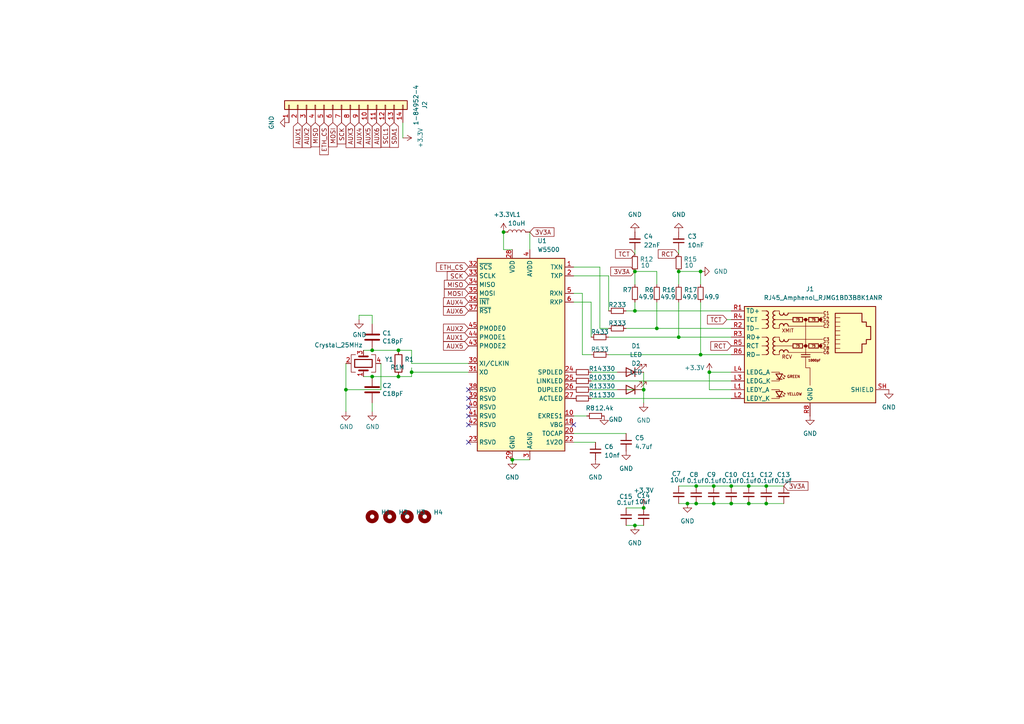
<source format=kicad_sch>
(kicad_sch (version 20231120) (generator "eeschema") (generator_version "8.0")
  (paper "A4")
  (lib_symbols
    (symbol "+3.3V_1" (power) (pin_numbers hide) (pin_names (offset 0) hide)
      (property "Value" "+3.3V" (at 0 3.556 0))
      (symbol "+3.3V_1_0_1"
        (polyline (pts (xy -0.762 1.27) (xy 0 2.54)))
        (polyline (pts (xy 0 0) (xy 0 2.54)))
        (polyline (pts (xy 0 2.54) (xy 0.762 1.27)))
      )
      (symbol "+3.3V_1_1_1"
        (pin power_in line (at 0 0 90) (length 0) (name "~") (number "1"))
      )
    )
    (symbol "+3.3V_2" (power) (pin_numbers hide) (pin_names (offset 0) hide)
      (property "Value" "+3.3V" (at 0 3.556 0))
      (symbol "+3.3V_2_0_1"
        (polyline (pts (xy -0.762 1.27) (xy 0 2.54)))
        (polyline (pts (xy 0 0) (xy 0 2.54)))
        (polyline (pts (xy 0 2.54) (xy 0.762 1.27)))
      )
      (symbol "+3.3V_2_1_1"
        (pin power_in line (at 0 0 90) (length 0) (name "~") (number "1"))
      )
    )
    (symbol "Connector:RJ45_Amphenol_RJMG1BD3B8K1ANR"
      (property "Reference" "J" (at 19.05 15.24 0))
      (property "Value" "RJ45_Amphenol_RJMG1BD3B8K1ANR" (at -19.05 15.24 0))
      (symbol "RJ45_Amphenol_RJMG1BD3B8K1ANR_0_0"
        (circle (center -1.27 2.54) (radius 0.0001) (stroke (width 0.508)))
        (circle (center -1.27 10.16) (radius 0.0001) (stroke (width 0.508)))
        (polyline (pts (xy -1.27 10.16) (xy -1.27 0)))
        (polyline (pts (xy 0 -0.635) (xy -2.54 -0.635)) (stroke (width 0.254)))
        (polyline (pts (xy 0 0) (xy -2.54 0)) (stroke (width 0.254)))
        (polyline (pts (xy 3.048 2.54) (xy 2.54 2.54)))
        (polyline (pts (xy 3.048 10.16) (xy 2.54 10.16)))
        (polyline (pts (xy -11.176 -12.7) (xy -8.89 -12.7) (xy -8.89 -12.065)))
        (polyline (pts (xy -11.176 -10.16) (xy -8.89 -10.16) (xy -8.89 -10.668)))
        (polyline (pts (xy -11.176 -5.08) (xy -8.89 -5.08) (xy -8.89 -5.588)))
        (polyline (pts (xy -8.89 -6.985) (xy -8.89 -7.62) (xy -11.176 -7.62)))
        (polyline (pts (xy -1.27 -0.635) (xy -1.27 -3.81) (xy 0 -3.81) (xy 0 -8.89)))
        (polyline (pts (xy 3.683 3.175) (xy 3.048 3.175) (xy 3.048 1.905) (xy 3.683 1.905)))
        (polyline (pts (xy 3.683 10.795) (xy 3.048 10.795) (xy 3.048 9.525) (xy 3.683 9.525)))
        (circle (center 3.048 2.54) (radius 0.0001) (stroke (width 0.508)))
        (circle (center 3.048 10.16) (radius 0.0001) (stroke (width 0.508)))
        (text "C1" (at 4.699 12.065 0) (effects (font (size 0.889 0.889))))
        (text "C2" (at 4.699 8.255 0) (effects (font (size 0.889 0.889))))
        (text "C3" (at 4.699 4.445 0) (effects (font (size 0.889 0.889))))
        (text "C4" (at 4.699 10.795 0) (effects (font (size 0.889 0.889))))
        (text "C5" (at 4.699 9.525 0) (effects (font (size 0.889 0.889))))
        (text "C6" (at 4.699 0.635 0) (effects (font (size 0.889 0.889))))
        (text "C7" (at 4.699 3.175 0) (effects (font (size 0.889 0.889))))
        (text "C8" (at 4.699 1.905 0) (effects (font (size 0.889 0.889))))
        (text "GREEN" (at -6.731 -6.35 0) (effects (font (size 0.762 0.762)) (justify left)))
        (text "RCV" (at -8.255 -0.635 0) (effects (font (size 1.016 1.016)) (justify left)))
        (text "XMIT" (at -8.255 6.985 0) (effects (font (size 1.016 1.016)) (justify left)))
        (text "YELLOW" (at -6.731 -11.43 0) (effects (font (size 0.762 0.762)) (justify left)))
      )
      (symbol "RJ45_Amphenol_RJMG1BD3B8K1ANR_0_1"
        (rectangle (start -19.05 13.97) (end 19.05 -13.97) (stroke (width 0.254)) (fill (type background)))
        (polyline (pts (xy -12.7 0) (xy -13.97 0)))
        (polyline (pts (xy -12.7 2.54) (xy -13.97 2.54)))
        (polyline (pts (xy -12.7 5.08) (xy -13.97 5.08)))
        (polyline (pts (xy -12.7 7.62) (xy -13.97 7.62)))
        (polyline (pts (xy -12.7 10.16) (xy -13.97 10.16)))
        (polyline (pts (xy -12.7 12.7) (xy -13.97 12.7)))
        (polyline (pts (xy -6.35 0.635) (xy 3.683 0.635)))
        (polyline (pts (xy -6.35 8.255) (xy 3.683 8.255)))
        (polyline (pts (xy -6.35 12.065) (xy 3.683 12.065)))
        (polyline (pts (xy -6.223 4.445) (xy 3.683 4.445)))
        (polyline (pts (xy -5.08 2.54) (xy -10.16 2.54)))
        (polyline (pts (xy -4.953 10.16) (xy -10.16 10.16)))
        (polyline (pts (xy -2.159 2.54) (xy -0.381 2.54)))
        (polyline (pts (xy -2.159 10.16) (xy -0.381 10.16)))
        (polyline (pts (xy 7.4295 3.1115) (xy 8.6995 3.1115)))
        (polyline (pts (xy 7.4295 4.3815) (xy 8.6995 4.3815)))
        (polyline (pts (xy 7.4295 5.6515) (xy 8.6995 5.6515)))
        (polyline (pts (xy 7.4295 6.9215) (xy 8.6995 6.9215)))
        (polyline (pts (xy 7.4295 8.1915) (xy 8.6995 8.1915)))
        (polyline (pts (xy 8.6995 1.8415) (xy 7.4295 1.8415)))
        (polyline (pts (xy 8.6995 9.4615) (xy 7.4295 9.4615)))
        (polyline (pts (xy 8.6995 10.7315) (xy 7.4295 10.7315)))
        (polyline (pts (xy -10.16 5.08) (xy -8.89 5.08) (xy -8.89 4.445)))
        (polyline (pts (xy -10.16 12.7) (xy -8.89 12.7) (xy -8.89 12.065)))
        (polyline (pts (xy -8.89 0.635) (xy -8.89 0) (xy -10.16 0)))
        (polyline (pts (xy -8.89 8.255) (xy -8.89 7.62) (xy -10.16 7.62)))
      )
      (symbol "RJ45_Amphenol_RJMG1BD3B8K1ANR_1_0"
        (text "1000pF" (at 1.27 -1.651 0) (effects (font (size 0.635 0.635))))
      )
      (symbol "RJ45_Amphenol_RJMG1BD3B8K1ANR_1_1"
        (arc (start -12.7 3.81) (mid -12.0677 4.445) (end -12.7 5.08) (stroke (width 0.254)))
        (arc (start -12.6973 0) (mid -12.065 0.635) (end -12.6973 1.27) (stroke (width 0.254)))
        (arc (start -12.6973 1.27) (mid -12.065 1.905) (end -12.6973 2.54) (stroke (width 0.254)))
        (arc (start -12.6973 2.54) (mid -12.065 3.175) (end -12.6973 3.81) (stroke (width 0.254)))
        (arc (start -12.6973 11.43) (mid -12.065 12.065) (end -12.6973 12.7) (stroke (width 0.254)))
        (arc (start -12.6946 7.62) (mid -12.0623 8.255) (end -12.6946 8.89) (stroke (width 0.254)))
        (arc (start -12.6946 8.89) (mid -12.0623 9.525) (end -12.6946 10.16) (stroke (width 0.254)))
        (arc (start -12.6946 10.16) (mid -12.0623 10.795) (end -12.6946 11.43) (stroke (width 0.254)))
        (arc (start -10.1654 2.54) (mid -10.7977 1.905) (end -10.1654 1.27) (stroke (width 0.254)))
        (arc (start -10.1654 3.81) (mid -10.7977 3.175) (end -10.1654 2.54) (stroke (width 0.254)))
        (arc (start -10.1654 5.08) (mid -10.7977 4.445) (end -10.1654 3.81) (stroke (width 0.254)))
        (arc (start -10.1654 10.16) (mid -10.7977 9.525) (end -10.1654 8.89) (stroke (width 0.254)))
        (arc (start -10.1654 11.43) (mid -10.7977 10.795) (end -10.1654 10.16) (stroke (width 0.254)))
        (arc (start -10.1654 12.7) (mid -10.7977 12.065) (end -10.1654 11.43) (stroke (width 0.254)))
        (arc (start -10.1627 1.27) (mid -10.795 0.635) (end -10.1627 0) (stroke (width 0.254)))
        (arc (start -10.1627 8.89) (mid -10.795 8.255) (end -10.1627 7.62) (stroke (width 0.254)))
        (arc (start -8.89 12.0623) (mid -8.255 11.43) (end -7.62 12.0623) (stroke (width 0.254)))
        (arc (start -8.8265 4.3788) (mid -8.1915 3.7465) (end -7.5565 4.3788) (stroke (width 0.254)))
        (arc (start -7.62 0.7647) (mid -8.255 1.397) (end -8.89 0.7647) (stroke (width 0.254)))
        (arc (start -7.62 8.3847) (mid -8.255 9.017) (end -8.89 8.3847) (stroke (width 0.254)))
        (arc (start -7.62 12.065) (mid -6.985 11.4327) (end -6.35 12.065) (stroke (width 0.254)))
        (arc (start -7.5565 4.3815) (mid -6.9215 3.7492) (end -6.2865 4.3815) (stroke (width 0.254)))
        (arc (start -6.35 0.7674) (mid -6.985 1.3997) (end -7.62 0.7674) (stroke (width 0.254)))
        (arc (start -6.35 8.3874) (mid -6.985 9.0197) (end -7.62 8.3874) (stroke (width 0.254)))
        (rectangle (start -4.953 3.175) (end -2.159 1.905) (stroke (width 0.254)))
        (rectangle (start -4.953 10.795) (end -2.159 9.525) (stroke (width 0.254)))
        (rectangle (start -0.381 3.175) (end 2.413 1.905) (stroke (width 0.254)))
        (rectangle (start -0.381 10.795) (end 2.413 9.525) (stroke (width 0.254)))
        (polyline (pts (xy -8.128 -12.192) (xy -9.652 -12.192)) (stroke (width 0.254)))
        (polyline (pts (xy -8.128 -7.112) (xy -9.652 -7.112)) (stroke (width 0.254)))
        (polyline (pts (xy -7.493 -12.065) (xy -7.493 -11.811)))
        (polyline (pts (xy -7.493 -6.985) (xy -7.493 -6.731)))
        (polyline (pts (xy -7.239 -11.43) (xy -7.239 -11.176)))
        (polyline (pts (xy -7.239 -6.35) (xy -7.239 -6.096)))
        (polyline (pts (xy -8.001 -11.557) (xy -7.493 -12.065) (xy -7.747 -12.065)))
        (polyline (pts (xy -8.001 -6.477) (xy -7.493 -6.985) (xy -7.747 -6.985)))
        (polyline (pts (xy -7.747 -10.922) (xy -7.239 -11.43) (xy -7.493 -11.43)))
        (polyline (pts (xy -7.747 -5.842) (xy -7.239 -6.35) (xy -7.493 -6.35)))
        (polyline (pts (xy -8.001 -10.668) (xy -9.906 -10.668) (xy -8.89 -12.192) (xy -8.001 -10.668)) (stroke (width 0.254)))
        (polyline (pts (xy -8.001 -5.588) (xy -9.906 -5.588) (xy -8.89 -7.112) (xy -8.001 -5.588)) (stroke (width 0.254)))
        (polyline (pts (xy 7.3025 0.5715) (xy 7.3025 12.0015) (xy 15.0495 12.0015) (xy 15.0495 9.4615) (xy 16.3195 9.4615) (xy 16.3195 8.1915) (xy 17.5895 8.1915) (xy 17.5895 4.3815) (xy 16.3195 4.3815) (xy 16.3195 3.1115) (xy 15.0495 3.1115) (xy 15.0495 0.5715) (xy 7.3025 0.5715)) (stroke (width 0.254)))
        (text "75" (at -3.556 2.54 0) (effects (font (size 0.635 0.635))))
        (text "75" (at -3.556 10.16 0) (effects (font (size 0.635 0.635))))
        (text "75" (at 1.016 2.54 0) (effects (font (size 0.635 0.635))))
        (text "75" (at 1.016 10.16 0) (effects (font (size 0.635 0.635))))
        (pin passive line (at -22.86 -10.16 0) (length 3.81) (name "LEDY_A") (number "L1"))
        (pin passive line (at -22.86 -12.7 0) (length 3.81) (name "LEDY_K") (number "L2"))
        (pin passive line (at -22.86 -7.62 0) (length 3.81) (name "LEDG_K") (number "L3"))
        (pin passive line (at -22.86 -5.08 0) (length 3.81) (name "LEDG_A") (number "L4"))
        (pin passive line (at -22.86 12.7 0) (length 3.81) (name "TD+") (number "R1"))
        (pin passive line (at -22.86 7.62 0) (length 3.81) (name "TD-") (number "R2"))
        (pin passive line (at -22.86 5.08 0) (length 3.81) (name "RD+") (number "R3"))
        (pin passive line (at -22.86 10.16 0) (length 3.81) (name "TCT") (number "R4"))
        (pin passive line (at -22.86 2.54 0) (length 3.81) (name "RCT") (number "R5"))
        (pin passive line (at -22.86 0 0) (length 3.81) (name "RD-") (number "R6"))
        (pin no_connect line (at 12.7 -5.08 0) (length 0) hide (name "NC") (number "R7"))
        (pin power_in line (at 0 -17.78 90) (length 3.81) (name "GND") (number "R8"))
        (pin passive line (at 22.86 -10.16 180) (length 3.81) (name "SHIELD") (number "SH"))
      )
    )
    (symbol "Connector_Generic:Conn_01x14" (pin_names (offset 1.016) hide)
      (property "Reference" "J" (at 0 17.78 0))
      (property "Value" "Conn_01x14" (at 0 -20.32 0))
      (symbol "Conn_01x14_1_1"
        (rectangle (start -1.27 -17.653) (end 0 -17.907) (stroke (width 0.1524)))
        (rectangle (start -1.27 -15.113) (end 0 -15.367) (stroke (width 0.1524)))
        (rectangle (start -1.27 -12.573) (end 0 -12.827) (stroke (width 0.1524)))
        (rectangle (start -1.27 -10.033) (end 0 -10.287) (stroke (width 0.1524)))
        (rectangle (start -1.27 -7.493) (end 0 -7.747) (stroke (width 0.1524)))
        (rectangle (start -1.27 -4.953) (end 0 -5.207) (stroke (width 0.1524)))
        (rectangle (start -1.27 -2.413) (end 0 -2.667) (stroke (width 0.1524)))
        (rectangle (start -1.27 0.127) (end 0 -0.127) (stroke (width 0.1524)))
        (rectangle (start -1.27 2.667) (end 0 2.413) (stroke (width 0.1524)))
        (rectangle (start -1.27 5.207) (end 0 4.953) (stroke (width 0.1524)))
        (rectangle (start -1.27 7.747) (end 0 7.493) (stroke (width 0.1524)))
        (rectangle (start -1.27 10.287) (end 0 10.033) (stroke (width 0.1524)))
        (rectangle (start -1.27 12.827) (end 0 12.573) (stroke (width 0.1524)))
        (rectangle (start -1.27 15.367) (end 0 15.113) (stroke (width 0.1524)))
        (rectangle (start -1.27 16.51) (end 1.27 -19.05) (stroke (width 0.254)) (fill (type background)))
        (pin passive line (at -5.08 15.24 0) (length 3.81) (name "Pin_1") (number "1"))
        (pin passive line (at -5.08 -7.62 0) (length 3.81) (name "Pin_10") (number "10"))
        (pin passive line (at -5.08 -10.16 0) (length 3.81) (name "Pin_11") (number "11"))
        (pin passive line (at -5.08 -12.7 0) (length 3.81) (name "Pin_12") (number "12"))
        (pin passive line (at -5.08 -15.24 0) (length 3.81) (name "Pin_13") (number "13"))
        (pin passive line (at -5.08 -17.78 0) (length 3.81) (name "Pin_14") (number "14"))
        (pin passive line (at -5.08 12.7 0) (length 3.81) (name "Pin_2") (number "2"))
        (pin passive line (at -5.08 10.16 0) (length 3.81) (name "Pin_3") (number "3"))
        (pin passive line (at -5.08 7.62 0) (length 3.81) (name "Pin_4") (number "4"))
        (pin passive line (at -5.08 5.08 0) (length 3.81) (name "Pin_5") (number "5"))
        (pin passive line (at -5.08 2.54 0) (length 3.81) (name "Pin_6") (number "6"))
        (pin passive line (at -5.08 0 0) (length 3.81) (name "Pin_7") (number "7"))
        (pin passive line (at -5.08 -2.54 0) (length 3.81) (name "Pin_8") (number "8"))
        (pin passive line (at -5.08 -5.08 0) (length 3.81) (name "Pin_9") (number "9"))
      )
    )
    (symbol "Device:C" (pin_numbers hide) (pin_names (offset 0.254))
      (property "Reference" "C" (at 0.635 2.54 0))
      (property "Value" "C" (at 0.635 -2.54 0))
      (symbol "C_0_1"
        (polyline (pts (xy -2.032 -0.762) (xy 2.032 -0.762)) (stroke (width 0.508)))
        (polyline (pts (xy -2.032 0.762) (xy 2.032 0.762)) (stroke (width 0.508)))
      )
      (symbol "C_1_1"
        (pin passive line (at 0 3.81 270) (length 2.794) (name "~") (number "1"))
        (pin passive line (at 0 -3.81 90) (length 2.794) (name "~") (number "2"))
      )
    )
    (symbol "Device:C_Small" (pin_numbers hide) (pin_names (offset 0.254) hide)
      (property "Reference" "C" (at 0.254 1.778 0))
      (property "Value" "C_Small" (at 0.254 -2.032 0))
      (symbol "C_Small_0_1"
        (polyline (pts (xy -1.524 -0.508) (xy 1.524 -0.508)) (stroke (width 0.3302)))
        (polyline (pts (xy -1.524 0.508) (xy 1.524 0.508)) (stroke (width 0.3048)))
      )
      (symbol "C_Small_1_1"
        (pin passive line (at 0 2.54 270) (length 2.032) (name "~") (number "1"))
        (pin passive line (at 0 -2.54 90) (length 2.032) (name "~") (number "2"))
      )
    )
    (symbol "Device:Crystal_GND24" (pin_names (offset 1.016) hide)
      (property "Reference" "Y" (at 3.175 5.08 0))
      (property "Value" "Crystal_GND24" (at 3.175 3.175 0))
      (symbol "Crystal_GND24_0_1"
        (rectangle (start -1.143 2.54) (end 1.143 -2.54) (stroke (width 0.3048)))
        (polyline (pts (xy -2.54 0) (xy -2.032 0)))
        (polyline (pts (xy -2.032 -1.27) (xy -2.032 1.27)) (stroke (width 0.508)))
        (polyline (pts (xy 0 -3.81) (xy 0 -3.556)))
        (polyline (pts (xy 0 3.556) (xy 0 3.81)))
        (polyline (pts (xy 2.032 -1.27) (xy 2.032 1.27)) (stroke (width 0.508)))
        (polyline (pts (xy 2.032 0) (xy 2.54 0)))
        (polyline (pts (xy -2.54 -2.286) (xy -2.54 -3.556) (xy 2.54 -3.556) (xy 2.54 -2.286)))
        (polyline (pts (xy -2.54 2.286) (xy -2.54 3.556) (xy 2.54 3.556) (xy 2.54 2.286)))
      )
      (symbol "Crystal_GND24_1_1"
        (pin passive line (at -3.81 0 0) (length 1.27) (name "1") (number "1"))
        (pin passive line (at 0 5.08 270) (length 1.27) (name "2") (number "2"))
        (pin passive line (at 3.81 0 180) (length 1.27) (name "3") (number "3"))
        (pin passive line (at 0 -5.08 90) (length 1.27) (name "4") (number "4"))
      )
    )
    (symbol "Device:L" (pin_numbers hide) (pin_names (offset 1.016) hide)
      (property "Reference" "L" (at -1.27 0 90))
      (property "Value" "L" (at 1.905 0 90))
      (symbol "L_0_1"
        (arc (start 0 -2.54) (mid 0.6323 -1.905) (end 0 -1.27))
        (arc (start 0 -1.27) (mid 0.6323 -0.635) (end 0 0))
        (arc (start 0 0) (mid 0.6323 0.635) (end 0 1.27))
        (arc (start 0 1.27) (mid 0.6323 1.905) (end 0 2.54))
      )
      (symbol "L_1_1"
        (pin passive line (at 0 3.81 270) (length 1.27) (name "1") (number "1"))
        (pin passive line (at 0 -3.81 90) (length 1.27) (name "2") (number "2"))
      )
    )
    (symbol "Device:LED" (pin_numbers hide) (pin_names (offset 1.016) hide)
      (property "Reference" "D" (at 0 2.54 0))
      (property "Value" "LED" (at 0 -2.54 0))
      (symbol "LED_0_1"
        (polyline (pts (xy -1.27 -1.27) (xy -1.27 1.27)) (stroke (width 0.254)))
        (polyline (pts (xy -1.27 0) (xy 1.27 0)))
        (polyline (pts (xy 1.27 -1.27) (xy 1.27 1.27) (xy -1.27 0) (xy 1.27 -1.27)) (stroke (width 0.254)))
        (polyline (pts (xy -3.048 -0.762) (xy -4.572 -2.286) (xy -3.81 -2.286) (xy -4.572 -2.286) (xy -4.572 -1.524)))
        (polyline (pts (xy -1.778 -0.762) (xy -3.302 -2.286) (xy -2.54 -2.286) (xy -3.302 -2.286) (xy -3.302 -1.524)))
      )
      (symbol "LED_1_1"
        (pin passive line (at -3.81 0 0) (length 2.54) (name "K") (number "1"))
        (pin passive line (at 3.81 0 180) (length 2.54) (name "A") (number "2"))
      )
    )
    (symbol "Device:R" (pin_numbers hide) (pin_names (offset 0))
      (property "Reference" "R" (at 2.032 0 90))
      (property "Value" "R" (at 0 0 90))
      (symbol "R_0_1"
        (rectangle (start -1.016 -2.54) (end 1.016 2.54) (stroke (width 0.254)))
      )
      (symbol "R_1_1"
        (pin passive line (at 0 3.81 270) (length 1.27) (name "~") (number "1"))
        (pin passive line (at 0 -3.81 90) (length 1.27) (name "~") (number "2"))
      )
    )
    (symbol "Device:R_Small" (pin_numbers hide) (pin_names (offset 0.254) hide)
      (property "Reference" "R" (at 0.762 0.508 0))
      (property "Value" "R_Small" (at 0.762 -1.016 0))
      (symbol "R_Small_0_1"
        (rectangle (start -0.762 1.778) (end 0.762 -1.778) (stroke (width 0.2032)))
      )
      (symbol "R_Small_1_1"
        (pin passive line (at 0 2.54 270) (length 0.762) (name "~") (number "1"))
        (pin passive line (at 0 -2.54 90) (length 0.762) (name "~") (number "2"))
      )
    )
    (symbol "GND_1" (power) (pin_numbers hide) (pin_names (offset 0) hide)
      (property "Value" "GND" (at 0 -3.81 0))
      (symbol "GND_1_0_1"
        (polyline (pts (xy 0 0) (xy 0 -1.27) (xy 1.27 -1.27) (xy 0 -2.54) (xy -1.27 -1.27) (xy 0 -1.27)))
      )
      (symbol "GND_1_1_1"
        (pin power_in line (at 0 0 270) (length 0) (name "~") (number "1"))
      )
    )
    (symbol "GND_2" (power) (pin_numbers hide) (pin_names (offset 0) hide)
      (property "Value" "GND" (at 0 -3.81 0))
      (symbol "GND_2_0_1"
        (polyline (pts (xy 0 0) (xy 0 -1.27) (xy 1.27 -1.27) (xy 0 -2.54) (xy -1.27 -1.27) (xy 0 -1.27)))
      )
      (symbol "GND_2_1_1"
        (pin power_in line (at 0 0 270) (length 0) (name "~") (number "1"))
      )
    )
    (symbol "GND_3" (power) (pin_numbers hide) (pin_names (offset 0) hide)
      (property "Value" "GND" (at 0 -3.81 0))
      (symbol "GND_3_0_1"
        (polyline (pts (xy 0 0) (xy 0 -1.27) (xy 1.27 -1.27) (xy 0 -2.54) (xy -1.27 -1.27) (xy 0 -1.27)))
      )
      (symbol "GND_3_1_1"
        (pin power_in line (at 0 0 270) (length 0) (name "~") (number "1"))
      )
    )
    (symbol "GND_4" (power) (pin_numbers hide) (pin_names (offset 0) hide)
      (property "Value" "GND" (at 0 -3.81 0))
      (symbol "GND_4_0_1"
        (polyline (pts (xy 0 0) (xy 0 -1.27) (xy 1.27 -1.27) (xy 0 -2.54) (xy -1.27 -1.27) (xy 0 -1.27)))
      )
      (symbol "GND_4_1_1"
        (pin power_in line (at 0 0 270) (length 0) (name "~") (number "1"))
      )
    )
    (symbol "GND_5" (power) (pin_numbers hide) (pin_names (offset 0) hide)
      (property "Value" "GND" (at 0 -3.81 0))
      (symbol "GND_5_0_1"
        (polyline (pts (xy 0 0) (xy 0 -1.27) (xy 1.27 -1.27) (xy 0 -2.54) (xy -1.27 -1.27) (xy 0 -1.27)))
      )
      (symbol "GND_5_1_1"
        (pin power_in line (at 0 0 270) (length 0) (name "~") (number "1"))
      )
    )
    (symbol "GND_6" (power) (pin_numbers hide) (pin_names (offset 0) hide)
      (property "Value" "GND" (at 0 -3.81 0))
      (symbol "GND_6_0_1"
        (polyline (pts (xy 0 0) (xy 0 -1.27) (xy 1.27 -1.27) (xy 0 -2.54) (xy -1.27 -1.27) (xy 0 -1.27)))
      )
      (symbol "GND_6_1_1"
        (pin power_in line (at 0 0 270) (length 0) (name "~") (number "1"))
      )
    )
    (symbol "GND_7" (power) (pin_numbers hide) (pin_names (offset 0) hide)
      (property "Value" "GND" (at 0 -3.81 0))
      (symbol "GND_7_0_1"
        (polyline (pts (xy 0 0) (xy 0 -1.27) (xy 1.27 -1.27) (xy 0 -2.54) (xy -1.27 -1.27) (xy 0 -1.27)))
      )
      (symbol "GND_7_1_1"
        (pin power_in line (at 0 0 270) (length 0) (name "~") (number "1"))
      )
    )
    (symbol "GND_8" (power) (pin_numbers hide) (pin_names (offset 0) hide)
      (property "Value" "GND" (at 0 -3.81 0))
      (symbol "GND_8_0_1"
        (polyline (pts (xy 0 0) (xy 0 -1.27) (xy 1.27 -1.27) (xy 0 -2.54) (xy -1.27 -1.27) (xy 0 -1.27)))
      )
      (symbol "GND_8_1_1"
        (pin power_in line (at 0 0 270) (length 0) (name "~") (number "1"))
      )
    )
    (symbol "GND_9" (power) (pin_numbers hide) (pin_names (offset 0) hide)
      (property "Value" "GND" (at 0 -3.81 0))
      (symbol "GND_9_0_1"
        (polyline (pts (xy 0 0) (xy 0 -1.27) (xy 1.27 -1.27) (xy 0 -2.54) (xy -1.27 -1.27) (xy 0 -1.27)))
      )
      (symbol "GND_9_1_1"
        (pin power_in line (at 0 0 270) (length 0) (name "~") (number "1"))
      )
    )
    (symbol "Interface_Ethernet:W5500"
      (property "Reference" "U" (at -11.43 29.21 0))
      (property "Value" "W5500" (at 8.89 29.21 0))
      (symbol "W5500_0_1"
        (rectangle (start -12.7 27.94) (end 12.7 -27.94) (stroke (width 0.254)) (fill (type background)))
      )
      (symbol "W5500_1_1"
        (pin output line (at 15.24 25.4 180) (length 2.54) (name "TXN") (number "1"))
        (pin passive line (at 15.24 -17.78 180) (length 2.54) (name "EXRES1") (number "10"))
        (pin passive line (at 2.54 30.48 270) (length 2.54) hide (name "AVDD") (number "11"))
        (pin no_connect line (at 12.7 7.62 180) (length 2.54) hide (name "NC") (number "12"))
        (pin no_connect line (at 12.7 5.08 180) (length 2.54) hide (name "NC") (number "13"))
        (pin passive line (at 2.54 -30.48 90) (length 2.54) hide (name "AGND") (number "14"))
        (pin passive line (at 2.54 30.48 270) (length 2.54) hide (name "AVDD") (number "15"))
        (pin passive line (at 2.54 -30.48 90) (length 2.54) hide (name "AGND") (number "16"))
        (pin passive line (at 2.54 30.48 270) (length 2.54) hide (name "AVDD") (number "17"))
        (pin passive line (at 15.24 -20.32 180) (length 2.54) (name "VBG") (number "18"))
        (pin passive line (at 2.54 -30.48 90) (length 2.54) hide (name "AGND") (number "19"))
        (pin output line (at 15.24 22.86 180) (length 2.54) (name "TXP") (number "2"))
        (pin passive line (at 15.24 -22.86 180) (length 2.54) (name "TOCAP") (number "20"))
        (pin passive line (at 2.54 30.48 270) (length 2.54) hide (name "AVDD") (number "21"))
        (pin output line (at 15.24 -25.4 180) (length 2.54) (name "1V2O") (number "22"))
        (pin input line (at -15.24 -25.4 0) (length 2.54) (name "RSVD") (number "23"))
        (pin output line (at 15.24 -5.08 180) (length 2.54) (name "SPDLED") (number "24"))
        (pin output line (at 15.24 -7.62 180) (length 2.54) (name "LINKLED") (number "25"))
        (pin output line (at 15.24 -10.16 180) (length 2.54) (name "DUPLED") (number "26"))
        (pin output line (at 15.24 -12.7 180) (length 2.54) (name "ACTLED") (number "27"))
        (pin power_in line (at -2.54 30.48 270) (length 2.54) (name "VDD") (number "28"))
        (pin power_in line (at -2.54 -30.48 90) (length 2.54) (name "GND") (number "29"))
        (pin power_in line (at 2.54 -30.48 90) (length 2.54) (name "AGND") (number "3"))
        (pin input line (at -15.24 -2.54 0) (length 2.54) (name "XI/CLKIN") (number "30"))
        (pin output line (at -15.24 -5.08 0) (length 2.54) (name "XO") (number "31"))
        (pin input line (at -15.24 25.4 0) (length 2.54) (name "~{SCS}") (number "32"))
        (pin input line (at -15.24 22.86 0) (length 2.54) (name "SCLK") (number "33"))
        (pin output line (at -15.24 20.32 0) (length 2.54) (name "MISO") (number "34"))
        (pin input line (at -15.24 17.78 0) (length 2.54) (name "MOSI") (number "35"))
        (pin input line (at -15.24 15.24 0) (length 2.54) (name "~{INT}") (number "36"))
        (pin input line (at -15.24 12.7 0) (length 2.54) (name "~{RST}") (number "37"))
        (pin input line (at -15.24 -10.16 0) (length 2.54) (name "RSVD") (number "38"))
        (pin input line (at -15.24 -12.7 0) (length 2.54) (name "RSVD") (number "39"))
        (pin power_in line (at 2.54 30.48 270) (length 2.54) (name "AVDD") (number "4"))
        (pin input line (at -15.24 -15.24 0) (length 2.54) (name "RSVD") (number "40"))
        (pin input line (at -15.24 -17.78 0) (length 2.54) (name "RSVD") (number "41"))
        (pin input line (at -15.24 -20.32 0) (length 2.54) (name "RSVD") (number "42"))
        (pin input line (at -15.24 2.54 0) (length 2.54) (name "PMODE2") (number "43"))
        (pin input line (at -15.24 5.08 0) (length 2.54) (name "PMODE1") (number "44"))
        (pin input line (at -15.24 7.62 0) (length 2.54) (name "PMODE0") (number "45"))
        (pin no_connect line (at 12.7 2.54 180) (length 2.54) hide (name "NC") (number "46"))
        (pin no_connect line (at 12.7 0 180) (length 2.54) hide (name "NC") (number "47"))
        (pin passive line (at 2.54 -30.48 90) (length 2.54) hide (name "AGND") (number "48"))
        (pin input line (at 15.24 17.78 180) (length 2.54) (name "RXN") (number "5"))
        (pin input line (at 15.24 15.24 180) (length 2.54) (name "RXP") (number "6"))
        (pin no_connect line (at 12.7 10.16 180) (length 2.54) hide (name "DNC") (number "7"))
        (pin passive line (at 2.54 30.48 270) (length 2.54) hide (name "AVDD") (number "8"))
        (pin passive line (at 2.54 -30.48 90) (length 2.54) hide (name "AGND") (number "9"))
      )
    )
    (symbol "Mechanical:MountingHole" (pin_names (offset 1.016))
      (property "Reference" "H" (at 0 5.08 0))
      (property "Value" "MountingHole" (at 0 3.175 0))
      (symbol "MountingHole_0_1"
        (circle (center 0 0) (radius 1.27) (stroke (width 1.27)))
      )
    )
    (symbol "power:+3.3V" (power) (pin_names (offset 0))
      (property "Value" "+3.3V" (at 0 3.556 0))
      (symbol "+3.3V_0_1"
        (polyline (pts (xy -0.762 1.27) (xy 0 2.54)))
        (polyline (pts (xy 0 0) (xy 0 2.54)))
        (polyline (pts (xy 0 2.54) (xy 0.762 1.27)))
      )
      (symbol "+3.3V_1_1"
        (pin power_in line (at 0 0 90) (length 0) hide (name "+3.3V") (number "1"))
      )
    )
    (symbol "power:GND" (power) (pin_names (offset 0))
      (property "Value" "GND" (at 0 -3.81 0))
      (symbol "GND_0_1"
        (polyline (pts (xy 0 0) (xy 0 -1.27) (xy 1.27 -1.27) (xy 0 -2.54) (xy -1.27 -1.27) (xy 0 -1.27)))
      )
      (symbol "GND_1_1"
        (pin power_in line (at 0 0 270) (length 0) hide (name "GND") (number "1"))
      )
    )
  )
  (junction (at 115.57 101.6))
  (junction (at 201.93 140.97))
  (junction (at 186.69 113.03))
  (junction (at 186.69 147.32))
  (junction (at 217.17 146.05))
  (junction (at 107.95 101.6))
  (junction (at 212.09 140.97))
  (junction (at 207.01 140.97))
  (junction (at 205.74 107.95))
  (junction (at 100.33 113.03))
  (junction (at 115.57 109.22))
  (junction (at 119.38 107.95))
  (junction (at 146.05 67.31))
  (junction (at 148.59 133.35))
  (junction (at 207.01 146.05))
  (junction (at 212.09 146.05))
  (junction (at 222.25 146.05))
  (junction (at 184.15 78.74))
  (junction (at 196.85 78.74))
  (junction (at 222.25 140.97))
  (junction (at 199.39 146.05))
  (junction (at 203.2 102.87))
  (junction (at 217.17 140.97))
  (junction (at 190.5 95.25))
  (junction (at 196.85 97.79))
  (junction (at 201.93 146.05))
  (junction (at 203.2 78.74))
  (junction (at 184.15 90.17))
  (junction (at 107.95 109.22))
  (junction (at 184.15 152.4))
  (no_connect (at 135.89 128.27))
  (no_connect (at 166.37 123.19))
  (no_connect (at 135.89 115.57))
  (no_connect (at 135.89 123.19))
  (no_connect (at 135.89 118.11))
  (no_connect (at 135.89 120.65))
  (no_connect (at 135.89 113.03))
  (wire (pts (xy 100.33 105.41) (xy 100.33 113.03)))
  (wire (pts (xy 176.53 80.01) (xy 166.37 80.01)))
  (wire (pts (xy 184.15 78.74) (xy 190.5 78.74)))
  (wire (pts (xy 148.59 133.35) (xy 148.59 134.62)))
  (wire (pts (xy 148.59 133.35) (xy 153.67 133.35)))
  (wire (pts (xy 119.38 107.95) (xy 119.38 109.22)))
  (wire (pts (xy 107.95 93.98) (xy 107.95 91.44)))
  (wire (pts (xy 203.2 102.87) (xy 176.53 102.87)))
  (wire (pts (xy 100.33 113.03) (xy 100.33 119.38)))
  (wire (pts (xy 110.49 113.03) (xy 100.33 113.03)))
  (wire (pts (xy 176.53 97.79) (xy 196.85 97.79)))
  (wire (pts (xy 104.14 91.44) (xy 104.14 92.71)))
  (wire (pts (xy 205.74 107.95) (xy 212.09 107.95)))
  (wire (pts (xy 119.38 106.68) (xy 119.38 107.95)))
  (wire (pts (xy 196.85 97.79) (xy 212.09 97.79)))
  (wire (pts (xy 184.15 90.17) (xy 212.09 90.17)))
  (wire (pts (xy 181.61 152.4) (xy 184.15 152.4)))
  (wire (pts (xy 190.5 87.63) (xy 190.5 95.25)))
  (wire (pts (xy 171.45 115.57) (xy 212.09 115.57)))
  (wire (pts (xy 166.37 128.27) (xy 172.72 128.27)))
  (wire (pts (xy 184.15 72.39) (xy 184.15 73.66)))
  (wire (pts (xy 119.38 101.6) (xy 115.57 101.6)))
  (wire (pts (xy 107.95 91.44) (xy 104.14 91.44)))
  (wire (pts (xy 168.91 102.87) (xy 171.45 102.87)))
  (wire (pts (xy 205.74 113.03) (xy 205.74 107.95)))
  (wire (pts (xy 173.99 95.25) (xy 176.53 95.25)))
  (wire (pts (xy 203.2 82.55) (xy 203.2 78.74)))
  (wire (pts (xy 196.85 87.63) (xy 196.85 97.79)))
  (wire (pts (xy 181.61 147.32) (xy 186.69 147.32)))
  (wire (pts (xy 212.09 113.03) (xy 205.74 113.03)))
  (wire (pts (xy 119.38 101.6) (xy 119.38 105.41)))
  (wire (pts (xy 199.39 146.05) (xy 201.93 146.05)))
  (wire (pts (xy 116.84 40.005) (xy 116.84 35.56)))
  (wire (pts (xy 212.09 102.87) (xy 203.2 102.87)))
  (wire (pts (xy 196.85 146.05) (xy 199.39 146.05)))
  (wire (pts (xy 173.99 77.47) (xy 173.99 95.25)))
  (wire (pts (xy 176.53 90.17) (xy 176.53 80.01)))
  (wire (pts (xy 107.95 109.22) (xy 115.57 109.22)))
  (wire (pts (xy 207.01 140.97) (xy 212.09 140.97)))
  (wire (pts (xy 105.41 109.22) (xy 107.95 109.22)))
  (wire (pts (xy 184.15 82.55) (xy 184.15 78.74)))
  (wire (pts (xy 153.67 67.31) (xy 153.67 72.39)))
  (wire (pts (xy 212.09 92.71) (xy 210.82 92.71)))
  (wire (pts (xy 201.93 146.05) (xy 207.01 146.05)))
  (wire (pts (xy 148.59 72.39) (xy 146.05 72.39)))
  (wire (pts (xy 203.2 87.63) (xy 203.2 102.87)))
  (wire (pts (xy 168.91 102.87) (xy 168.91 85.09)))
  (wire (pts (xy 203.2 78.74) (xy 196.85 78.74)))
  (wire (pts (xy 115.57 109.22) (xy 119.38 109.22)))
  (wire (pts (xy 184.15 87.63) (xy 184.15 90.17)))
  (wire (pts (xy 135.89 105.41) (xy 119.38 105.41)))
  (wire (pts (xy 168.91 85.09) (xy 166.37 85.09)))
  (wire (pts (xy 196.85 78.74) (xy 196.85 82.55)))
  (wire (pts (xy 171.45 87.63) (xy 166.37 87.63)))
  (wire (pts (xy 184.15 90.17) (xy 181.61 90.17)))
  (wire (pts (xy 171.45 113.03) (xy 179.07 113.03)))
  (wire (pts (xy 217.17 146.05) (xy 222.25 146.05)))
  (wire (pts (xy 166.37 125.73) (xy 181.61 125.73)))
  (wire (pts (xy 196.85 72.39) (xy 196.85 73.66)))
  (wire (pts (xy 146.05 72.39) (xy 146.05 67.31)))
  (wire (pts (xy 166.37 120.65) (xy 170.18 120.65)))
  (wire (pts (xy 105.41 101.6) (xy 107.95 101.6)))
  (wire (pts (xy 190.5 95.25) (xy 212.09 95.25)))
  (wire (pts (xy 107.95 101.6) (xy 115.57 101.6)))
  (wire (pts (xy 217.17 140.97) (xy 222.25 140.97)))
  (wire (pts (xy 110.49 105.41) (xy 110.49 113.03)))
  (wire (pts (xy 186.69 113.03) (xy 181.61 113.03)))
  (wire (pts (xy 181.61 95.25) (xy 190.5 95.25)))
  (wire (pts (xy 171.45 107.95) (xy 179.07 107.95)))
  (wire (pts (xy 186.69 113.03) (xy 186.69 116.84)))
  (wire (pts (xy 107.95 116.84) (xy 107.95 119.38)))
  (wire (pts (xy 196.85 140.97) (xy 201.93 140.97)))
  (wire (pts (xy 166.37 77.47) (xy 173.99 77.47)))
  (wire (pts (xy 190.5 78.74) (xy 190.5 82.55)))
  (wire (pts (xy 201.93 140.97) (xy 207.01 140.97)))
  (wire (pts (xy 184.15 152.4) (xy 186.69 152.4)))
  (wire (pts (xy 171.45 110.49) (xy 212.09 110.49)))
  (wire (pts (xy 135.89 107.95) (xy 119.38 107.95)))
  (wire (pts (xy 207.01 146.05) (xy 212.09 146.05)))
  (wire (pts (xy 186.69 107.95) (xy 186.69 113.03)))
  (wire (pts (xy 171.45 87.63) (xy 171.45 97.79)))
  (wire (pts (xy 222.25 140.97) (xy 227.33 140.97)))
  (wire (pts (xy 212.09 146.05) (xy 217.17 146.05)))
  (wire (pts (xy 222.25 146.05) (xy 227.33 146.05)))
  (wire (pts (xy 212.09 140.97) (xy 217.17 140.97)))
  (global_label "AUX2" (shape input) (at 135.89 95.25 180) (property "Intersheetrefs" "${INTERSHEET_REFS}" (effects (hide yes))))
  (global_label "AUX1" (shape input) (at 135.89 97.79 180) (property "Intersheetrefs" "${INTERSHEET_REFS}" (effects (hide yes))))
  (global_label "3V3A" (shape input) (at 153.67 67.31 0) (property "Intersheetrefs" "${INTERSHEET_REFS}" (effects (hide yes))))
  (global_label "AUX5" (shape input) (at 106.68 35.56 270) (property "Intersheetrefs" "${INTERSHEET_REFS}" (effects (hide yes))))
  (global_label "AUX6" (shape input) (at 135.89 90.17 180) (property "Intersheetrefs" "${INTERSHEET_REFS}" (effects (hide yes))))
  (global_label "RCT" (shape input) (at 196.85 73.66 180) (property "Intersheetrefs" "${INTERSHEET_REFS}" (effects (hide yes))))
  (global_label "AUX1" (shape input) (at 86.36 35.56 270) (property "Intersheetrefs" "${INTERSHEET_REFS}" (effects (hide yes))))
  (global_label "AUX5" (shape input) (at 135.89 100.33 180) (property "Intersheetrefs" "${INTERSHEET_REFS}" (effects (hide yes))))
  (global_label "3V3A" (shape input) (at 184.15 78.74 180) (property "Intersheetrefs" "${INTERSHEET_REFS}" (effects (hide yes))))
  (global_label "3V3A" (shape input) (at 227.33 140.97 0) (property "Intersheetrefs" "${INTERSHEET_REFS}" (effects (hide yes))))
  (global_label "AUX3" (shape input) (at 101.6 35.56 270) (property "Intersheetrefs" "${INTERSHEET_REFS}" (effects (hide yes))))
  (global_label "AUX2" (shape input) (at 88.9 35.56 270) (property "Intersheetrefs" "${INTERSHEET_REFS}" (effects (hide yes))))
  (global_label "MISO" (shape input) (at 91.44 35.56 270) (property "Intersheetrefs" "${INTERSHEET_REFS}" (effects (hide yes))))
  (global_label "SCK" (shape input) (at 135.89 80.01 180) (property "Intersheetrefs" "${INTERSHEET_REFS}" (effects (hide yes))))
  (global_label "RCT" (shape input) (at 212.09 100.33 180) (property "Intersheetrefs" "${INTERSHEET_REFS}" (effects (hide yes))))
  (global_label "TCT" (shape input) (at 184.15 73.66 180) (property "Intersheetrefs" "${INTERSHEET_REFS}" (effects (hide yes))))
  (global_label "ETH_CS" (shape input) (at 93.98 35.56 270) (property "Intersheetrefs" "${INTERSHEET_REFS}" (effects (hide yes))))
  (global_label "MISO" (shape input) (at 135.89 82.55 180) (property "Intersheetrefs" "${INTERSHEET_REFS}" (effects (hide yes))))
  (global_label "AUX4" (shape input) (at 104.14 35.56 270) (property "Intersheetrefs" "${INTERSHEET_REFS}" (effects (hide yes))))
  (global_label "AUX6" (shape input) (at 109.22 35.56 270) (property "Intersheetrefs" "${INTERSHEET_REFS}" (effects (hide yes))))
  (global_label "MOSI" (shape input) (at 96.52 35.56 270) (property "Intersheetrefs" "${INTERSHEET_REFS}" (effects (hide yes))))
  (global_label "TCT" (shape input) (at 210.82 92.71 180) (property "Intersheetrefs" "${INTERSHEET_REFS}" (effects (hide yes))))
  (global_label "SDA1" (shape input) (at 114.3 35.56 270) (property "Intersheetrefs" "${INTERSHEET_REFS}" (effects (hide yes))))
  (global_label "SCK" (shape input) (at 99.06 35.56 270) (property "Intersheetrefs" "${INTERSHEET_REFS}" (effects (hide yes))))
  (global_label "MOSI" (shape input) (at 135.89 85.09 180) (property "Intersheetrefs" "${INTERSHEET_REFS}" (effects (hide yes))))
  (global_label "ETH_CS" (shape input) (at 135.89 77.47 180) (property "Intersheetrefs" "${INTERSHEET_REFS}" (effects (hide yes))))
  (global_label "AUX4" (shape input) (at 135.89 87.63 180) (property "Intersheetrefs" "${INTERSHEET_REFS}" (effects (hide yes))))
  (global_label "SCL1" (shape input) (at 111.76 35.56 270) (property "Intersheetrefs" "${INTERSHEET_REFS}" (effects (hide yes))))
  (symbol (lib_id "Device:R_Small") (at 179.07 90.17 90) (unit 1)
    (property "Reference" "R2" (at 177.8 88.392 90))
    (property "Value" "33" (at 180.34 88.392 90))
    (property "Footprint" "Resistor_SMD:R_0402_1005Metric" (effects (hide yes)))
    (property "Description" "Resistor, small symbol" (effects (hide yes)))
  )
  (symbol (lib_name "GND_8") (lib_id "power:GND") (at 184.15 152.4 0) (unit 1)
    (property "Reference" "#PWR019" (effects (hide yes)))
    (property "Value" "GND" (at 184.15 157.48 0))
    (property "Description" "Power symbol creates a global label with name \"GND\" , ground" (effects (hide yes)))
  )
  (symbol (lib_id "Device:C_Small") (at 196.85 69.85 180) (unit 1)
    (property "Reference" "C3" (at 199.39 68.5735 0) (effects (justify right)))
    (property "Value" "10nF" (at 199.39 71.1135 0) (effects (justify right)))
    (property "Footprint" "Capacitor_SMD:C_0402_1005Metric" (effects (hide yes)))
    (property "Description" "Unpolarized capacitor, small symbol" (effects (hide yes)))
  )
  (symbol (lib_name "GND_6") (lib_id "power:GND") (at 172.72 133.35 0) (unit 1)
    (property "Reference" "#PWR013" (effects (hide yes)))
    (property "Value" "GND" (at 172.72 138.43 0))
    (property "Description" "Power symbol creates a global label with name \"GND\" , ground" (effects (hide yes)))
  )
  (symbol (lib_name "GND_3") (lib_id "power:GND") (at 234.95 120.65 0) (unit 1)
    (property "Reference" "#PWR011" (effects (hide yes)))
    (property "Value" "GND" (at 234.95 125.73 0))
    (property "Description" "Power symbol creates a global label with name \"GND\" , ground" (effects (hide yes)))
  )
  (symbol (lib_id "Device:R_Small") (at 184.15 76.2 180) (unit 1)
    (property "Reference" "R12" (at 189.484 75.184 0) (effects (justify left)))
    (property "Value" "10" (at 188.468 76.962 0) (effects (justify left)))
    (property "Footprint" "Resistor_SMD:R_0402_1005Metric" (effects (hide yes)))
    (property "Description" "Resistor, small symbol" (effects (hide yes)))
  )
  (symbol (lib_name "GND_4") (lib_id "power:GND") (at 257.81 113.03 0) (unit 1)
    (property "Reference" "#PWR012" (effects (hide yes)))
    (property "Value" "GND" (at 257.81 118.11 0))
    (property "Description" "Power symbol creates a global label with name \"GND\" , ground" (effects (hide yes)))
  )
  (symbol (lib_id "Device:R") (at 115.57 105.41 0) (unit 1)
    (property "Reference" "R1" (at 117.348 104.2416 0) (effects (justify left)))
    (property "Value" "R1M" (at 117.348 106.553 0) (effects (justify right)))
    (property "Footprint" "Resistor_SMD:R_0402_1005Metric" (effects (hide yes)))
    (property "LCSC" "C26083" (effects (hide yes)))
  )
  (symbol (lib_id "Device:C") (at 107.95 113.03 0) (unit 1)
    (property "Reference" "C2" (at 110.871 111.8616 0) (effects (justify left)))
    (property "Value" "C18pF" (at 110.871 114.173 0) (effects (justify left)))
    (property "Footprint" "Capacitor_SMD:C_0402_1005Metric" (effects (hide yes)))
    (property "LCSC" "C1549" (effects (hide yes)))
  )
  (symbol (lib_id "Mechanical:MountingHole") (at 123.19 149.86 0) (unit 1)
    (property "Reference" "H4" (at 125.73 148.59 0) (effects (justify left)))
    (property "Value" "MountingHole" (effects (hide yes)))
    (property "Footprint" "MountingHole:MountingHole_3.2mm_M3_ISO14580_Pad" (effects (hide yes)))
  )
  (symbol (lib_name "GND_1") (lib_id "power:GND") (at 186.69 116.84 0) (unit 1)
    (property "Reference" "#PWR09" (effects (hide yes)))
    (property "Value" "GND" (at 186.69 121.92 0))
    (property "Description" "Power symbol creates a global label with name \"GND\" , ground" (effects (hide yes)))
  )
  (symbol (lib_name "GND_2") (lib_id "power:GND") (at 184.15 67.31 180) (unit 1)
    (property "Reference" "#PWR08" (effects (hide yes)))
    (property "Value" "GND" (at 184.15 62.23 0))
    (property "Description" "Power symbol creates a global label with name \"GND\" , ground" (effects (hide yes)))
  )
  (symbol (lib_id "Device:C") (at 107.95 97.79 0) (unit 1)
    (property "Reference" "C1" (at 110.871 96.6216 0) (effects (justify left)))
    (property "Value" "C18pF" (at 110.871 98.933 0) (effects (justify left)))
    (property "Footprint" "Capacitor_SMD:C_0402_1005Metric" (effects (hide yes)))
    (property "LCSC" "C1549" (effects (hide yes)))
  )
  (symbol (lib_id "Device:R_Small") (at 203.2 85.09 0) (unit 1)
    (property "Reference" "R17" (at 198.374 84.074 0) (effects (justify left)))
    (property "Value" "49.9" (at 204.216 86.106 0) (effects (justify left)))
    (property "Footprint" "Resistor_SMD:R_0402_1005Metric" (effects (hide yes)))
    (property "Description" "Resistor, small symbol" (effects (hide yes)))
  )
  (symbol (lib_id "Device:R_Small") (at 168.91 115.57 90) (unit 1)
    (property "Reference" "R11" (at 172.72 114.554 90))
    (property "Value" "330" (at 176.53 114.554 90))
    (property "Footprint" "Resistor_SMD:R_0402_1005Metric" (effects (hide yes)))
    (property "Description" "Resistor, small symbol" (effects (hide yes)))
  )
  (symbol (lib_id "Device:LED") (at 182.88 107.95 180) (unit 1)
    (property "Reference" "D1" (at 184.4675 100.33 0))
    (property "Value" "LED" (at 184.4675 102.87 0))
    (property "Footprint" "LED_SMD:LED_0603_1608Metric" (effects (hide yes)))
    (property "Description" "Light emitting diode" (effects (hide yes)))
  )
  (symbol (lib_id "power:GND") (at 100.33 119.38 0) (unit 1)
    (property "Reference" "#PWR03" (effects (hide yes)))
    (property "Value" "GND" (at 100.457 123.7742 0))
  )
  (symbol (lib_name "GND_7") (lib_id "power:GND") (at 199.39 146.05 0) (unit 1)
    (property "Reference" "#PWR017" (effects (hide yes)))
    (property "Value" "GND" (at 199.39 151.13 0))
    (property "Description" "Power symbol creates a global label with name \"GND\" , ground" (effects (hide yes)))
  )
  (symbol (lib_id "Device:Crystal_GND24") (at 105.41 105.41 90) (unit 1)
    (property "Reference" "Y1" (at 111.6076 104.2416 90) (effects (justify right)))
    (property "Value" "Crystal_25MHz" (at 91.186 100.076 90) (effects (justify right)))
    (property "Footprint" "Crystal:Crystal_SMD_3225-4Pin_3.2x2.5mm" (effects (hide yes)))
    (property "Datasheet" "https://datasheet.lcsc.com/szlcsc/Hubei-TKD-Elec-SX32Y025000BC1T_C271632.pdf" (effects (hide yes)))
    (property "LCSC" "C9006" (effects (hide yes)))
  )
  (symbol (lib_id "power:GND") (at 107.95 119.38 0) (unit 1)
    (property "Reference" "#PWR05" (effects (hide yes)))
    (property "Value" "GND" (at 108.077 123.7742 0))
  )
  (symbol (lib_id "Device:R_Small") (at 196.85 76.2 180) (unit 1)
    (property "Reference" "R15" (at 202.184 75.184 0) (effects (justify left)))
    (property "Value" "10" (at 201.168 76.962 0) (effects (justify left)))
    (property "Footprint" "Resistor_SMD:R_0402_1005Metric" (effects (hide yes)))
    (property "Description" "Resistor, small symbol" (effects (hide yes)))
  )
  (symbol (lib_id "Device:L") (at 149.86 67.31 90) (unit 1)
    (property "Reference" "L1" (at 149.86 62.23 90))
    (property "Value" "10uH" (at 149.86 64.77 90))
    (property "Footprint" "Inductor_SMD:L_0603_1608Metric" (effects (hide yes)))
    (property "Description" "Inductor" (effects (hide yes)))
  )
  (symbol (lib_id "Connector:RJ45_Amphenol_RJMG1BD3B8K1ANR") (at 234.95 102.87 0) (unit 1)
    (property "Reference" "J1" (at 234.95 83.82 0))
    (property "Value" "RJ45_Amphenol_RJMG1BD3B8K1ANR" (at 238.76 86.36 0))
    (property "Footprint" "Connector_RJ:RJ45_Amphenol_RJMG1BD3B8K1ANR" (effects (hide yes)))
    (property "Datasheet" "https://www.amphenol-cs.com/media/wysiwyg/files/drawing/rjmg1bd3b8k1anr.pdf" (effects (hide yes)))
  )
  (symbol (lib_name "GND_2") (lib_id "power:GND") (at 196.85 67.31 180) (unit 1)
    (property "Reference" "#PWR010" (effects (hide yes)))
    (property "Value" "GND" (at 196.85 62.23 0))
    (property "Description" "Power symbol creates a global label with name \"GND\" , ground" (effects (hide yes)))
  )
  (symbol (lib_id "Device:R_Small") (at 168.91 110.49 90) (unit 1)
    (property "Reference" "R10" (at 172.72 109.474 90))
    (property "Value" "330" (at 176.53 109.474 90))
    (property "Footprint" "Resistor_SMD:R_0402_1005Metric" (effects (hide yes)))
    (property "Description" "Resistor, small symbol" (effects (hide yes)))
  )
  (symbol (lib_id "Device:R_Small") (at 190.5 85.09 0) (unit 1)
    (property "Reference" "R6" (at 186.944 84.074 0) (effects (justify left)))
    (property "Value" "49.9" (at 191.516 86.106 0) (effects (justify left)))
    (property "Footprint" "Resistor_SMD:R_0402_1005Metric" (effects (hide yes)))
    (property "Description" "Resistor, small symbol" (effects (hide yes)))
  )
  (symbol (lib_id "power:+3.3V") (at 146.05 67.31 0) (unit 1)
    (property "Reference" "#PWR06" (effects (hide yes)))
    (property "Value" "+3.3V" (at 146.05 62.23 0))
  )
  (symbol (lib_id "Device:R_Small") (at 179.07 95.25 90) (unit 1)
    (property "Reference" "R3" (at 177.8 93.726 90))
    (property "Value" "33" (at 180.34 93.726 90))
    (property "Footprint" "Resistor_SMD:R_0402_1005Metric" (effects (hide yes)))
    (property "Description" "Resistor, small symbol" (effects (hide yes)))
  )
  (symbol (lib_name "GND_6") (lib_id "power:GND") (at 181.61 130.81 0) (unit 1)
    (property "Reference" "#PWR015" (effects (hide yes)))
    (property "Value" "GND" (at 181.61 135.89 0))
    (property "Description" "Power symbol creates a global label with name \"GND\" , ground" (effects (hide yes)))
  )
  (symbol (lib_name "+3.3V_1") (lib_id "power:+3.3V") (at 205.74 107.95 0) (unit 1)
    (property "Reference" "#PWR07" (effects (hide yes)))
    (property "Value" "+3.3V" (at 201.422 106.68 0))
    (property "Description" "Power symbol creates a global label with name \"+3.3V\"" (effects (hide yes)))
  )
  (symbol (lib_id "Device:C_Small") (at 201.93 143.51 0) (unit 1)
    (property "Reference" "C8" (at 199.898 137.668 0) (effects (justify left)))
    (property "Value" "0.1uf" (at 199.136 139.446 0) (effects (justify left)))
    (property "Footprint" "Capacitor_SMD:C_0402_1005Metric" (effects (hide yes)))
    (property "Description" "Unpolarized capacitor, small symbol" (effects (hide yes)))
  )
  (symbol (lib_id "Device:C_Small") (at 181.61 128.27 0) (unit 1)
    (property "Reference" "C5" (at 184.15 127.0062 0) (effects (justify left)))
    (property "Value" "4.7uf" (at 184.15 129.5462 0) (effects (justify left)))
    (property "Footprint" "Capacitor_SMD:C_0402_1005Metric" (effects (hide yes)))
    (property "Description" "Unpolarized capacitor, small symbol" (effects (hide yes)))
  )
  (symbol (lib_id "Device:C_Small") (at 196.85 143.51 0) (unit 1)
    (property "Reference" "C7" (at 194.818 137.414 0) (effects (justify left)))
    (property "Value" "10uf" (at 194.31 139.192 0) (effects (justify left)))
    (property "Footprint" "Capacitor_SMD:C_0805_2012Metric" (effects (hide yes)))
    (property "Description" "Unpolarized capacitor, small symbol" (effects (hide yes)))
  )
  (symbol (lib_id "Device:R_Small") (at 196.85 85.09 0) (unit 1)
    (property "Reference" "R16" (at 192.024 84.074 0) (effects (justify left)))
    (property "Value" "49.9" (at 197.866 86.106 0) (effects (justify left)))
    (property "Footprint" "Resistor_SMD:R_0402_1005Metric" (effects (hide yes)))
    (property "Description" "Resistor, small symbol" (effects (hide yes)))
  )
  (symbol (lib_id "Device:LED") (at 182.88 113.03 180) (unit 1)
    (property "Reference" "D2" (at 184.4675 105.41 0))
    (property "Value" "LED" (at 184.4675 107.95 0))
    (property "Footprint" "LED_SMD:LED_0603_1608Metric" (effects (hide yes)))
    (property "Description" "Light emitting diode" (effects (hide yes)))
  )
  (symbol (lib_id "Device:C_Small") (at 181.61 149.86 0) (unit 1)
    (property "Reference" "C15" (at 179.578 144.018 0) (effects (justify left)))
    (property "Value" "0.1uf" (at 178.816 145.796 0) (effects (justify left)))
    (property "Footprint" "Capacitor_SMD:C_0402_1005Metric" (effects (hide yes)))
    (property "Description" "Unpolarized capacitor, small symbol" (effects (hide yes)))
  )
  (symbol (lib_id "power:GND") (at 104.14 92.71 0) (unit 1)
    (property "Reference" "#PWR04" (effects (hide yes)))
    (property "Value" "GND" (at 104.267 97.1042 0))
  )
  (symbol (lib_id "Device:R_Small") (at 168.91 113.03 90) (unit 1)
    (property "Reference" "R13" (at 172.72 112.014 90))
    (property "Value" "330" (at 176.53 112.014 90))
    (property "Footprint" "Resistor_SMD:R_0402_1005Metric" (effects (hide yes)))
    (property "Description" "Resistor, small symbol" (effects (hide yes)))
  )
  (symbol (lib_id "Device:C_Small") (at 212.09 143.51 0) (unit 1)
    (property "Reference" "C10" (at 210.058 137.668 0) (effects (justify left)))
    (property "Value" "0.1uf" (at 209.296 139.446 0) (effects (justify left)))
    (property "Footprint" "Capacitor_SMD:C_0402_1005Metric" (effects (hide yes)))
    (property "Description" "Unpolarized capacitor, small symbol" (effects (hide yes)))
  )
  (symbol (lib_id "Device:C_Small") (at 186.69 149.86 0) (unit 1)
    (property "Reference" "C14" (at 184.658 143.764 0) (effects (justify left)))
    (property "Value" "10uf" (at 184.15 145.542 0) (effects (justify left)))
    (property "Footprint" "Capacitor_SMD:C_0805_2012Metric" (effects (hide yes)))
    (property "Description" "Unpolarized capacitor, small symbol" (effects (hide yes)))
  )
  (symbol (lib_id "Mechanical:MountingHole") (at 113.03 149.86 0) (unit 1)
    (property "Reference" "H2" (at 115.57 148.59 0) (effects (justify left)))
    (property "Value" "MountingHole" (effects (hide yes)))
    (property "Footprint" "MountingHole:MountingHole_3.2mm_M3_ISO14580_Pad" (effects (hide yes)))
  )
  (symbol (lib_id "Mechanical:MountingHole") (at 118.11 149.86 0) (unit 1)
    (property "Reference" "H3" (at 120.65 148.59 0) (effects (justify left)))
    (property "Value" "MountingHole" (effects (hide yes)))
    (property "Footprint" "MountingHole:MountingHole_3.2mm_M3_ISO14580_Pad" (effects (hide yes)))
  )
  (symbol (lib_id "power:+3.3V") (at 116.84 40.005 270) (unit 1)
    (property "Reference" "#PWR02" (effects (hide yes)))
    (property "Value" "+3.3V" (at 121.92 40.005 0))
  )
  (symbol (lib_id "Device:C_Small") (at 227.33 143.51 0) (unit 1)
    (property "Reference" "C13" (at 225.298 137.668 0) (effects (justify left)))
    (property "Value" "0.1uf" (at 224.536 139.446 0) (effects (justify left)))
    (property "Footprint" "Capacitor_SMD:C_0402_1005Metric" (effects (hide yes)))
    (property "Description" "Unpolarized capacitor, small symbol" (effects (hide yes)))
  )
  (symbol (lib_id "Device:C_Small") (at 184.15 69.85 180) (unit 1)
    (property "Reference" "C4" (at 186.69 68.5735 0) (effects (justify right)))
    (property "Value" "22nF" (at 186.69 71.1135 0) (effects (justify right)))
    (property "Footprint" "Capacitor_SMD:C_0402_1005Metric" (effects (hide yes)))
    (property "Description" "Unpolarized capacitor, small symbol" (effects (hide yes)))
  )
  (symbol (lib_id "power:GND") (at 83.82 35.56 270) (unit 1)
    (property "Reference" "#PWR01" (effects (hide yes)))
    (property "Value" "GND" (at 78.74 35.56 0))
  )
  (symbol (lib_id "Interface_Ethernet:W5500") (at 151.13 102.87 0) (unit 1)
    (property "Reference" "U1" (at 155.8641 69.85 0) (effects (justify left)))
    (property "Value" "W5500" (at 155.8641 72.39 0) (effects (justify left)))
    (property "Footprint" "Package_QFP:LQFP-48_7x7mm_P0.5mm" (effects (hide yes)))
    (property "Datasheet" "http://wizwiki.net/wiki/lib/exe/fetch.php/products:w5500:w5500_ds_v109e.pdf" (effects (hide yes)))
  )
  (symbol (lib_name "GND_1") (lib_id "power:GND") (at 175.26 120.65 0) (unit 1)
    (property "Reference" "#PWR016" (effects (hide yes)))
    (property "Value" "GND" (at 178.562 121.666 0))
    (property "Description" "Power symbol creates a global label with name \"GND\" , ground" (effects (hide yes)))
  )
  (symbol (lib_id "Device:C_Small") (at 172.72 130.81 0) (unit 1)
    (property "Reference" "C6" (at 175.26 129.5462 0) (effects (justify left)))
    (property "Value" "10nf" (at 175.26 132.0862 0) (effects (justify left)))
    (property "Footprint" "Capacitor_SMD:C_0402_1005Metric" (effects (hide yes)))
    (property "Description" "Unpolarized capacitor, small symbol" (effects (hide yes)))
  )
  (symbol (lib_id "Device:C_Small") (at 217.17 143.51 0) (unit 1)
    (property "Reference" "C11" (at 215.138 137.668 0) (effects (justify left)))
    (property "Value" "0.1uf" (at 214.376 139.446 0) (effects (justify left)))
    (property "Footprint" "Capacitor_SMD:C_0402_1005Metric" (effects (hide yes)))
    (property "Description" "Unpolarized capacitor, small symbol" (effects (hide yes)))
  )
  (symbol (lib_id "Device:R_Small") (at 184.15 85.09 0) (unit 1)
    (property "Reference" "R7" (at 180.594 84.074 0) (effects (justify left)))
    (property "Value" "49.9" (at 185.166 86.106 0) (effects (justify left)))
    (property "Footprint" "Resistor_SMD:R_0402_1005Metric" (effects (hide yes)))
    (property "Description" "Resistor, small symbol" (effects (hide yes)))
  )
  (symbol (lib_id "Mechanical:MountingHole") (at 107.95 149.86 0) (unit 1)
    (property "Reference" "H1" (at 110.49 148.59 0) (effects (justify left)))
    (property "Value" "MountingHole" (effects (hide yes)))
    (property "Footprint" "MountingHole:MountingHole_3.2mm_M3_ISO14580_Pad" (effects (hide yes)))
  )
  (symbol (lib_id "Device:C_Small") (at 222.25 143.51 0) (unit 1)
    (property "Reference" "C12" (at 220.218 137.668 0) (effects (justify left)))
    (property "Value" "0.1uf" (at 219.456 139.446 0) (effects (justify left)))
    (property "Footprint" "Capacitor_SMD:C_0402_1005Metric" (effects (hide yes)))
    (property "Description" "Unpolarized capacitor, small symbol" (effects (hide yes)))
  )
  (symbol (lib_name "GND_9") (lib_id "power:GND") (at 203.2 78.74 90) (unit 1)
    (property "Reference" "#PWR020" (effects (hide yes)))
    (property "Value" "GND" (at 207.01 78.7399 90) (effects (justify right)))
    (property "Description" "Power symbol creates a global label with name \"GND\" , ground" (effects (hide yes)))
  )
  (symbol (lib_id "Device:R_Small") (at 173.99 97.79 90) (unit 1)
    (property "Reference" "R4" (at 172.72 96.266 90))
    (property "Value" "33" (at 175.26 96.266 90))
    (property "Footprint" "Resistor_SMD:R_0402_1005Metric" (effects (hide yes)))
    (property "Description" "Resistor, small symbol" (effects (hide yes)))
  )
  (symbol (lib_id "Device:R_Small") (at 173.99 102.87 90) (unit 1)
    (property "Reference" "R5" (at 172.72 101.346 90))
    (property "Value" "33" (at 175.26 101.346 90))
    (property "Footprint" "Resistor_SMD:R_0402_1005Metric" (effects (hide yes)))
    (property "Description" "Resistor, small symbol" (effects (hide yes)))
  )
  (symbol (lib_id "Device:R_Small") (at 168.91 107.95 90) (unit 1)
    (property "Reference" "R14" (at 172.72 106.934 90))
    (property "Value" "330" (at 176.53 106.934 90))
    (property "Footprint" "Resistor_SMD:R_0402_1005Metric" (effects (hide yes)))
    (property "Description" "Resistor, small symbol" (effects (hide yes)))
  )
  (symbol (lib_name "+3.3V_2") (lib_id "power:+3.3V") (at 186.69 147.32 0) (unit 1)
    (property "Reference" "#PWR018" (effects (hide yes)))
    (property "Value" "+3.3V" (at 186.69 142.24 0))
    (property "Description" "Power symbol creates a global label with name \"+3.3V\"" (effects (hide yes)))
  )
  (symbol (lib_id "Connector_Generic:Conn_01x14") (at 99.06 30.48 90) (unit 1)
    (property "Reference" "J2" (at 123.19 30.48 0))
    (property "Value" "1-84952-4" (at 120.65 30.48 0))
    (property "Footprint" "Connector_FFC-FPC:TE_1-84952-4_1x14-1MP_P1.0mm_Horizontal" (effects (hide yes)))
  )
  (symbol (lib_name "GND_5") (lib_id "power:GND") (at 148.59 133.35 0) (unit 1)
    (property "Reference" "#PWR014" (effects (hide yes)))
    (property "Value" "GND" (at 148.59 138.43 0))
    (property "Description" "Power symbol creates a global label with name \"GND\" , ground" (effects (hide yes)))
  )
  (symbol (lib_id "Device:R_Small") (at 172.72 120.65 90) (unit 1)
    (property "Reference" "R8" (at 171.196 118.364 90))
    (property "Value" "12.4k" (at 175.26 118.364 90))
    (property "Footprint" "Resistor_SMD:R_0402_1005Metric" (effects (hide yes)))
    (property "Description" "Resistor, small symbol" (effects (hide yes)))
  )
  (symbol (lib_id "Device:C_Small") (at 207.01 143.51 0) (unit 1)
    (property "Reference" "C9" (at 204.978 137.668 0) (effects (justify left)))
    (property "Value" "0.1uf" (at 204.216 139.446 0) (effects (justify left)))
    (property "Footprint" "Capacitor_SMD:C_0402_1005Metric" (effects (hide yes)))
    (property "Description" "Unpolarized capacitor, small symbol" (effects (hide yes)))
  )
)
</source>
